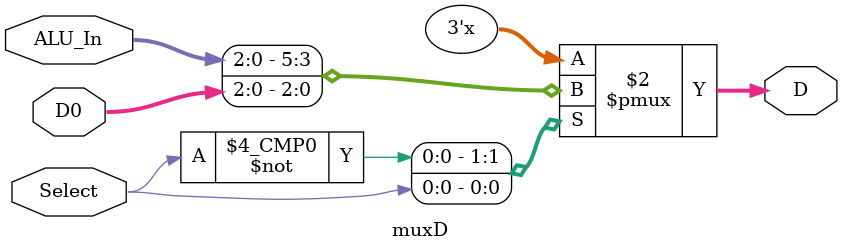
<source format=v>
module muxD(Select, ALU_In, D0, D);
    input Select;
    input [2:0] ALU_In;
    input [2:0] D0;

    output reg [2:0] D;


    always @(*) begin
        case (Select)
            0: D = ALU_In;
            1: D = D0;
            default: D = ALU_In;
        endcase
    end


endmodule
</source>
